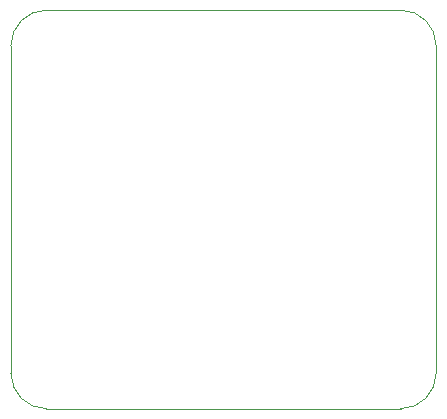
<source format=gm1>
G04 #@! TF.GenerationSoftware,KiCad,Pcbnew,9.0.0*
G04 #@! TF.CreationDate,2025-06-17T18:49:07+02:00*
G04 #@! TF.ProjectId,SlipSensor_HW,536c6970-5365-46e7-936f-725f48572e6b,rev?*
G04 #@! TF.SameCoordinates,Original*
G04 #@! TF.FileFunction,Profile,NP*
%FSLAX46Y46*%
G04 Gerber Fmt 4.6, Leading zero omitted, Abs format (unit mm)*
G04 Created by KiCad (PCBNEW 9.0.0) date 2025-06-17 18:49:07*
%MOMM*%
%LPD*%
G01*
G04 APERTURE LIST*
G04 #@! TA.AperFunction,Profile*
%ADD10C,0.050000*%
G04 #@! TD*
G04 APERTURE END LIST*
D10*
X104000000Y-59000000D02*
G75*
G02*
X107000000Y-56000000I3000000J0D01*
G01*
X140000000Y-86750000D02*
G75*
G02*
X137000000Y-89750000I-3000000J0D01*
G01*
X107000000Y-89750000D02*
G75*
G02*
X104000000Y-86750000I0J3000000D01*
G01*
X137000000Y-89750000D02*
X107000000Y-89750000D01*
X140000000Y-59000000D02*
X140000000Y-86750000D01*
X107000000Y-56000000D02*
X137000000Y-56000000D01*
X104000000Y-86750000D02*
X104000000Y-59000000D01*
X137000000Y-56000000D02*
G75*
G02*
X140000000Y-59000000I0J-3000000D01*
G01*
M02*

</source>
